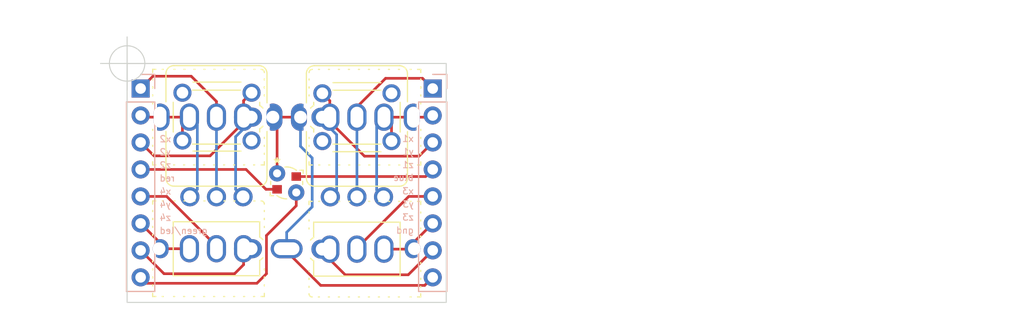
<source format=kicad_pcb>
(kicad_pcb (version 20211014) (generator pcbnew)
  (layers (0 "F.Cu" signal) (31 "B.Cu" signal) (34 "B.Paste" user) (35 "F.Paste" user) (36 "B.SilkS" user "B.Silkscreen") (37 "F.SilkS" user "F.Silkscreen") (38 "B.Mask" user) (39 "F.Mask" user) (44 "Edge.Cuts" user))
  (net 0 "")
  (footprint "Eurorack:Thonkiswitchpot Mirrored" (layer "F.Cu") (at 8.4 5.055)
    (fp_text reference "THONKISWITCHPOT**" hide)
    (fp_text value "Thonkiswitchpot Mirrored")
    (fp_line (start 4.5 1.9) (end 4.5 2) (layer "F.SilkS") (width 0.12))
    (fp_line (start -6 -3.6) (end -6 -3.5) (layer "F.SilkS") (width 0.12))
    (fp_line (start -6 -2.85) (end -6 -2.75) (layer "F.SilkS") (width 0.12))
    (fp_line (start 4 -4.85) (end -4 -4.85) (layer "F.SilkS") (width 0.12))
    (fp_line (start -6 -4.5) (end -6 -4.2) (layer "F.SilkS") (width 0.12))
    (fp_line (start -6 -4.5) (end -5.7 -4.5) (layer "F.SilkS") (width 0.12))
    (fp_line (start -6 -1.35) (end -6 -1.25) (layer "F.SilkS") (width 0.12))
    (fp_line (start -3.9 -4.5) (end -4 -4.5) (layer "F.SilkS") (width 0.12))
    (fp_line (start 2.25 2.54) (end -2.25 2.54) (layer "F.SilkS") (width 0.12))
    (fp_line (start 4.5 -2.1) (end 4.5 -2) (layer "F.SilkS") (width 0.12))
    (fp_line (start 1.74 -4.5) (end 1.64 -4.5) (layer "F.SilkS") (width 0.12))
    (fp_line (start 4.5 2.65) (end 4.5 2.75) (layer "F.SilkS") (width 0.12))
    (fp_line (start 4.5 -3.6) (end 4.5 -3.5) (layer "F.SilkS") (width 0.12))
    (fp_line (start 4 6.5) (end -4 6.5) (layer "F.SilkS") (width 0.12))
    (fp_line (start -0.17 4.5) (end -0.27 4.5) (layer "F.SilkS") (width 0.12))
    (fp_line (start -4.75 5.75) (end -4.75 1.35) (layer "F.SilkS") (width 0.12))
    (fp_line (start -2.2 -3.3) (end 2.3 -3.3) (layer "F.SilkS") (width 0.12))
    (fp_line (start 0.8 -4.5) (end 0.7 -4.5) (layer "F.SilkS") (width 0.12))
    (fp_line (start 3.62 -4.5) (end 3.52 -4.5) (layer "F.SilkS") (width 0.12))
    (fp_line (start -2.05 4.5) (end -2.15 4.5) (layer "F.SilkS") (width 0.12))
    (fp_line (start -5.1 4.5) (end -5 4.5) (layer "F.SilkS") (width 0.12))
    (fp_line (start 4.065 -1.4) (end 4.065 -1.1) (layer "F.SilkS") (width 0.12))
    (fp_line (start 3.59 4.5) (end 3.49 4.5) (layer "F.SilkS") (width 0.12))
    (fp_line (start 2.65 4.5) (end 2.55 4.5) (layer "F.SilkS") (width 0.12))
    (fp_line (start 0.77 4.5) (end 0.67 4.5) (layer "F.SilkS") (width 0.12))
    (fp_line (start -2.02 -4.5) (end -2.12 -4.5) (layer "F.SilkS") (width 0.12))
    (fp_line (start 4.5 3.4) (end 4.5 3.5) (layer "F.SilkS") (width 0.12))
    (fp_line (start -6 -2.1) (end -6 -2) (layer "F.SilkS") (width 0.12))
    (fp_line (start 4.5 4.5) (end 4.5 4.2) (layer "F.SilkS") (width 0.12))
    (fp_line (start -4.75 -4.1) (end -4.75 -3.5) (layer "F.SilkS") (width 0.12))
    (fp_line (start -4.065 -1.4) (end -4.065 1.4) (layer "F.SilkS") (width 0.12))
    (fp_line (start -3.93 4.5) (end -4.03 4.5) (layer "F.SilkS") (width 0.12))
    (fp_line (start -6 3.4) (end -6 3.5) (layer "F.SilkS") (width 0.12))
    (fp_line (start -4.75 -3.5) (end -4.75 -1.45) (layer "F.SilkS") (width 0.12))
    (fp_line (start 4.75 5.75) (end 4.75 1.35) (layer "F.SilkS") (width 0.12))
    (fp_line (start 1.71 4.5) (end 1.61 4.5) (layer "F.SilkS") (width 0.12))
    (fp_line (start -6 -2.85) (end -6 -2.75) (layer "F.SilkS") (width 0.12))
    (fp_line (start -0.14 -4.5) (end -0.24 -4.5) (layer "F.SilkS") (width 0.12))
    (fp_line (start 4.065 1.4) (end 4.065 1.1) (layer "F.SilkS") (width 0.12))
    (fp_line (start 2.68 -4.5) (end 2.58 -4.5) (layer "F.SilkS") (width 0.12))
    (fp_line (start 4.5 -2.85) (end 4.5 -2.75) (layer "F.SilkS") (width 0.12))
    (fp_line (start -6 1.15) (end -6 1.25) (layer "F.SilkS") (width 0.12))
    (fp_line (start -6 4.5) (end -5.7 4.5) (layer "F.SilkS") (width 0.12))
    (fp_line (start 4.75 -4.1) (end 4.75 -1.35) (layer "F.SilkS") (width 0.12))
    (fp_line (start -2.96 -4.5) (end -3.06 -4.5) (layer "F.SilkS") (width 0.12))
    (fp_line (start -1.11 4.5) (end -1.21 4.5) (layer "F.SilkS") (width 0.12))
    (fp_line (start -6 2.65) (end -6 2.75) (layer "F.SilkS") (width 0.12))
    (fp_line (start -6 1.9) (end -6 2) (layer "F.SilkS") (width 0.12))
    (fp_line (start 2.25 -2.54) (end -2.25 -2.54) (layer "F.SilkS") (width 0.12))
    (fp_line (start -2.99 4.5) (end -3.09 4.5) (layer "F.SilkS") (width 0.12))
    (fp_line (start 4.5 4.5) (end 4.2 4.5) (layer "F.SilkS") (width 0.12))
    (fp_line (start -5.1 -4.5) (end -5 -4.5) (layer "F.SilkS") (width 0.12))
    (fp_line (start 4.5 -2.85) (end 4.5 -2.75) (layer "F.SilkS") (width 0.12))
    (fp_line (start -6 4.5) (end -6 4.2) (layer "F.SilkS") (width 0.12))
    (fp_line (start -4.75 4.75) (end -4.75 5) (layer "F.SilkS") (width 0.12))
    (fp_line (start -1.08 -4.5) (end -1.18 -4.5) (layer "F.SilkS") (width 0.12))
    (fp_line (start 2.3 3.2) (end -2.2 3.2) (layer "F.SilkS") (width 0.12))
    (fp_arc (start 4 -4.85) (mid 4.53033 -4.63033) (end 4.75 -4.1) (layer "F.SilkS") (width 0.12))
    (fp_arc (start 4.75 5.75) (mid 4.53033 6.28033) (end 4 6.5) (layer "F.SilkS") (width 0.12))
    (fp_arc (start -4.75 -4.1) (mid -4.53033 -4.63033) (end -4 -4.85) (layer "F.SilkS") (width 0.12))
    (fp_arc (start -4 6.5) (mid -4.53033 6.28033) (end -4.75 5.75) (layer "F.SilkS") (width 0.12))
    (fp_arc (start 4.2 -4.5) (mid 4.412132 -4.412132) (end 4.5 -4.2) (layer "F.SilkS") (width 0.12))
    (fp_arc (start 4.065 -1.1) (mid 4.220501 -0.989446) (end 4.357925 -0.857091) (layer "F.SilkS") (width 0.12))
    (fp_arc (start 4.357922 0.857088) (mid 4.220498 0.989443) (end 4.064997 1.099997) (layer "F.SilkS") (width 0.12))
    (pad "1" thru_hole circle locked (at -2.5 7.5 270) (size 1.8 1.8) (drill 1.2) (layers *.Cu *.Mask))
    (pad "2" thru_hole circle locked (at 0 7.5 270) (size 1.8 1.8) (drill 1.2) (layers *.Cu *.Mask))
    (pad "3" thru_hole circle locked (at 2.5 7.5 270) (size 1.8 1.8) (drill 1.2) (layers *.Cu *.Mask))
    (pad "4" thru_hole oval locked (at -2.54 0) (size 1.8 2.57) (drill oval 1.2 1.97) (layers *.Cu *.Mask))
    (pad "5" thru_hole oval locked (at 0 0) (size 1.8 2.57) (drill oval 1.2 1.97) (layers *.Cu *.Mask))
    (pad "6" thru_hole custom locked (at 2.96 0 270) (size 1.8 1.8) (drill oval 1.2 2.04) (layers *.Cu *.Mask) (options (clearance outline) (anchor circle)) (primitives (gr_poly (pts (xy -0.880333 0.607121) (xy -0.822191 0.786063) (xy -0.728115 0.949007) (xy -0.602218 1.08883) (xy -0.45 1.199423) (xy -0.278115 1.275951) (xy -0.094076 1.31507) (xy 0.094076 1.31507) (xy 0.278115 1.275951) (xy 0.45 1.199423) (xy 0.602218 1.08883) (xy 0.728115 0.949007) (xy 0.822191 0.786063) (xy 0.880333 0.607121) (xy 0.9 0.42) (xy 0.9 -0.42) (xy 0.880333 -0.607121) (xy 0.822191 -0.786063) (xy 0.728115 -0.949007) (xy 0.602218 -1.08883) (xy 0.45 -1.199423) (xy 0.278115 -1.275951) (xy 0.094076 -1.31507) (xy -0.094076 -1.31507) (xy -0.278115 -1.275951) (xy -0.45 -1.199423) (xy -0.602218 -1.08883) (xy -0.728115 -0.949007) (xy -0.822191 -0.786063) (xy -0.880333 -0.607121) (xy -0.9 -0.42) (xy -0.9 0.42)) (width 0) (fill yes))))
    (pad "6" thru_hole oval locked (at 2.55 0) (size 1.8 2.57) (drill oval 1.2 1.97) (layers *.Cu *.Mask))
    (pad "7" thru_hole custom locked (at 5.305 0) (size 1.2 1.2) (drill oval 1.2 1.97) (layers *.Cu *.Mask) (options (clearance outline) (anchor circle)) (primitives (gr_poly (pts (xy -0.579555 0.540291) (xy -0.519615 0.685) (xy -0.424264 0.809264) (xy -0.3 0.904615) (xy -0.155291 0.964555) (xy 0 0.985) (xy 0.155291 0.964555) (xy 0.3 0.904615) (xy 0.424264 0.809264) (xy 0.519615 0.685) (xy 0.579555 0.540291) (xy 0.6 0.385) (xy 0.6 -0.385) (xy 0.579555 -0.540291) (xy 0.519615 -0.685) (xy 0.424264 -0.809264) (xy 0.3 -0.904615) (xy 0.155291 -0.964555) (xy 0 -0.985) (xy -0.155291 -0.964555) (xy -0.3 -0.904615) (xy -0.424264 -0.809264) (xy -0.519615 -0.685) (xy -0.579555 -0.540291) (xy -0.6 -0.385) (xy -0.6 0.385)) (width 0) (fill yes)) (gr_poly (pts (xy -0.285 0.55) (xy -0.285 0.77) (xy -0.285 0.89) (xy -0.285 1.03) (xy -0.285 1.14) (xy -0.285 1.24) (xy -0.094076 1.28007) (xy 0.094076 1.28007) (xy 0.278115 1.240951) (xy 0.45 1.164423) (xy 0.602218 1.05383) (xy 0.728115 0.914007) (xy 0.822191 0.751063) (xy 0.880333 0.572121) (xy 0.9 0.385) (xy 0.9 -0.385) (xy 0.880333 -0.572121) (xy 0.822191 -0.751063) (xy 0.728115 -0.914007) (xy 0.602218 -1.05383) (xy 0.45 -1.164423) (xy 0.278115 -1.240951) (xy 0.094076 -1.28007) (xy -0.094076 -1.28007) (xy -0.285 -1.24) (xy -0.285 -1.14) (xy -0.285 -1.05) (xy -0.285 -0.93) (xy -0.285 -0.75) (xy -0.285 -0.58) (xy -0.285 -0.38) (xy -0.285 0.35)) (width 0) (fill yes))))
    (pad "8" thru_hole custom locked (at -5.305 0) (size 1.2 1.97) (drill oval 1.2 1.97) (layers *.Cu *.Mask) (options (clearance outline) (anchor circle)) (primitives (gr_poly (pts (xy -0.579555 0.540291) (xy -0.519615 0.685) (xy -0.424264 0.809264) (xy -0.3 0.904615) (xy -0.155291 0.964555) (xy 0 0.985) (xy 0.155291 0.964555) (xy 0.3 0.904615) (xy 0.424264 0.809264) (xy 0.519615 0.685) (xy 0.579555 0.540291) (xy 0.6 0.385) (xy 0.6 -0.385) (xy 0.579555 -0.540291) (xy 0.519615 -0.685) (xy 0.424264 -0.809264) (xy 0.3 -0.904615) (xy 0.155291 -0.964555) (xy 0 -0.985) (xy -0.155291 -0.964555) (xy -0.3 -0.904615) (xy -0.424264 -0.809264) (xy -0.519615 -0.685) (xy -0.579555 -0.540291) (xy -0.6 -0.385) (xy -0.6 0.385)) (width 0) (fill yes)) (gr_poly (pts (xy -0.285 0.55) (xy -0.285 0.77) (xy -0.285 0.89) (xy -0.285 1.03) (xy -0.285 1.14) (xy -0.285 1.24) (xy -0.094076 1.28007) (xy 0.094076 1.28007) (xy 0.278115 1.240951) (xy 0.45 1.164423) (xy 0.602218 1.05383) (xy 0.728115 0.914007) (xy 0.822191 0.751063) (xy 0.880333 0.572121) (xy 0.9 0.385) (xy 0.9 -0.385) (xy 0.880333 -0.572121) (xy 0.822191 -0.751063) (xy 0.728115 -0.914007) (xy 0.602218 -1.05383) (xy 0.45 -1.164423) (xy 0.278115 -1.240951) (xy 0.094076 -1.28007) (xy -0.094076 -1.28007) (xy -0.285 -1.24) (xy -0.285 -1.14) (xy -0.285 -1.05) (xy -0.285 -0.93) (xy -0.285 -0.75) (xy -0.285 -0.58) (xy -0.285 -0.38) (xy -0.285 0.35)) (width 0) (fill yes))))
    (pad "9" thru_hole circle locked (at 3.3 -2.3 270) (size 1.7 1.7) (drill 1.1) (layers *.Cu *.Mask))
    (pad "10" thru_hole circle locked (at -3.2 -2.3 270) (size 1.7 1.7) (drill 1.1) (layers *.Cu *.Mask))
    (pad "11" thru_hole circle locked (at 3.3 2.2 270) (size 1.7 1.7) (drill 1.1) (layers *.Cu *.Mask))
    (pad "12" thru_hole circle locked (at -3.2 2.2 270) (size 1.7 1.7) (drill 1.1) (layers *.Cu *.Mask))
  )
  (footprint "Eurorack:Thonkiswitchpot" (layer "F.Cu") (at 21.605 5.06)
    (fp_text reference "THONKISWITCHPOT**" hide)
    (fp_text value "Thonkiswitchpot")
    (fp_line (start 5.1 4.5) (end 5 4.5) (layer "F.SilkS") (width 0.12))
    (fp_line (start 6 -2.85) (end 6 -2.75) (layer "F.SilkS") (width 0.12))
    (fp_line (start -4.065 -1.4) (end -4.065 -1.1) (layer "F.SilkS") (width 0.12))
    (fp_line (start 4.75 -3.5) (end 4.75 -1.45) (layer "F.SilkS") (width 0.12))
    (fp_line (start 1.08 -4.5) (end 1.18 -4.5) (layer "F.SilkS") (width 0.12))
    (fp_line (start 6 -4.5) (end 5.7 -4.5) (layer "F.SilkS") (width 0.12))
    (fp_line (start -4.5 -2.85) (end -4.5 -2.75) (layer "F.SilkS") (width 0.12))
    (fp_line (start 2.25 2.54) (end -2.25 2.54) (layer "F.SilkS") (width 0.12))
    (fp_line (start -4.5 1.9) (end -4.5 2) (layer "F.SilkS") (width 0.12))
    (fp_line (start 6 -3.6) (end 6 -3.5) (layer "F.SilkS") (width 0.12))
    (fp_line (start 4.75 4.75) (end 4.75 5) (layer "F.SilkS") (width 0.12))
    (fp_line (start 0.17 4.5) (end 0.27 4.5) (layer "F.SilkS") (width 0.12))
    (fp_line (start 2.05 4.5) (end 2.15 4.5) (layer "F.SilkS") (width 0.12))
    (fp_line (start 3.9 -4.5) (end 4 -4.5) (layer "F.SilkS") (width 0.12))
    (fp_line (start 6 1.15) (end 6 1.25) (layer "F.SilkS") (width 0.12))
    (fp_line (start 6 -4.5) (end 6 -4.2) (layer "F.SilkS") (width 0.12))
    (fp_line (start -4 6.5) (end 4 6.5) (layer "F.SilkS") (width 0.12))
    (fp_line (start 6 2.65) (end 6 2.75) (layer "F.SilkS") (width 0.12))
    (fp_line (start -0.8 -4.5) (end -0.7 -4.5) (layer "F.SilkS") (width 0.12))
    (fp_line (start 6 3.4) (end 6 3.5) (layer "F.SilkS") (width 0.12))
    (fp_line (start -4.75 5.75) (end -4.75 1.35) (layer "F.SilkS") (width 0.12))
    (fp_line (start -2.65 4.5) (end -2.55 4.5) (layer "F.SilkS") (width 0.12))
    (fp_line (start -0.77 4.5) (end -0.67 4.5) (layer "F.SilkS") (width 0.12))
    (fp_line (start -4.5 -2.85) (end -4.5 -2.75) (layer "F.SilkS") (width 0.12))
    (fp_line (start 3.93 4.5) (end 4.03 4.5) (layer "F.SilkS") (width 0.12))
    (fp_line (start -3.62 -4.5) (end -3.52 -4.5) (layer "F.SilkS") (width 0.12))
    (fp_line (start 5.1 -4.5) (end 5 -4.5) (layer "F.SilkS") (width 0.12))
    (fp_line (start -4.5 4.5) (end -4.2 4.5) (layer "F.SilkS") (width 0.12))
    (fp_line (start -4.75 -4.1) (end -4.75 -1.35) (layer "F.SilkS") (width 0.12))
    (fp_line (start 2.25 -2.54) (end -2.25 -2.54) (layer "F.SilkS") (width 0.12))
    (fp_line (start -2.25 3.25) (end 2.25 3.25) (layer "F.SilkS") (width 0.12))
    (fp_line (start 4.75 -4.1) (end 4.75 -3.5) (layer "F.SilkS") (width 0.12))
    (fp_line (start -3.59 4.5) (end -3.49 4.5) (layer "F.SilkS") (width 0.12))
    (fp_line (start -4.5 4.5) (end -4.5 4.2) (layer "F.SilkS") (width 0.12))
    (fp_line (start -4.065 1.4) (end -4.065 1.1) (layer "F.SilkS") (width 0.12))
    (fp_line (start 2.02 -4.5) (end 2.12 -4.5) (layer "F.SilkS") (width 0.12))
    (fp_line (start 2.96 -4.5) (end 3.06 -4.5) (layer "F.SilkS") (width 0.12))
    (fp_line (start 2.25 -3.25) (end -2.25 -3.25) (layer "F.SilkS") (width 0.12))
    (fp_line (start 1.11 4.5) (end 1.21 4.5) (layer "F.SilkS") (width 0.12))
    (fp_line (start 0.14 -4.5) (end 0.24 -4.5) (layer "F.SilkS") (width 0.12))
    (fp_line (start -4.5 2.65) (end -4.5 2.75) (layer "F.SilkS") (width 0.12))
    (fp_line (start 6 4.5) (end 6 4.2) (layer "F.SilkS") (width 0.12))
    (fp_line (start -1.74 -4.5) (end -1.64 -4.5) (layer "F.SilkS") (width 0.12))
    (fp_line (start -4.5 -2.1) (end -4.5 -2) (layer "F.SilkS") (width 0.12))
    (fp_line (start 4.75 5.75) (end 4.75 1.35) (layer "F.SilkS") (width 0.12))
    (fp_line (start 6 1.9) (end 6 2) (layer "F.SilkS") (width 0.12))
    (fp_line (start -1.71 4.5) (end -1.61 4.5) (layer "F.SilkS") (width 0.12))
    (fp_line (start -2.68 -4.5) (end -2.58 -4.5) (layer "F.SilkS") (width 0.12))
    (fp_line (start 2.99 4.5) (end 3.09 4.5) (layer "F.SilkS") (width 0.12))
    (fp_line (start 4.065 -1.4) (end 4.065 1.4) (layer "F.SilkS") (width 0.12))
    (fp_line (start 6 4.5) (end 5.7 4.5) (layer "F.SilkS") (width 0.12))
    (fp_line (start 6 -1.35) (end 6 -1.25) (layer "F.SilkS") (width 0.12))
    (fp_line (start -4.5 3.4) (end -4.5 3.5) (layer "F.SilkS") (width 0.12))
    (fp_line (start 6 -2.1) (end 6 -2) (layer "F.SilkS") (width 0.12))
    (fp_line (start 6 -2.85) (end 6 -2.75) (layer "F.SilkS") (width 0.12))
    (fp_line (start -4 -4.85) (end 4 -4.85) (layer "F.SilkS") (width 0.12))
    (fp_line (start -4.5 -3.6) (end -4.5 -3.5) (layer "F.SilkS") (width 0.12))
    (fp_arc (start 4 -4.85) (mid 4.53033 -4.63033) (end 4.75 -4.1) (layer "F.SilkS") (width 0.12))
    (fp_arc (start 4.75 5.75) (mid 4.53033 6.28033) (end 4 6.5) (layer "F.SilkS") (width 0.12))
    (fp_arc (start -4.064997 1.099997) (mid -4.220498 0.989443) (end -4.357922 0.857088) (layer "F.SilkS") (width 0.12))
    (fp_arc (start -4.357925 -0.857091) (mid -4.220501 -0.989446) (end -4.065 -1.1) (layer "F.SilkS") (width 0.12))
    (fp_arc (start -4 6.5) (mid -4.53033 6.28033) (end -4.75 5.75) (layer "F.SilkS") (width 0.12))
    (fp_arc (start -4.75 -4.1) (mid -4.53033 -4.63033) (end -4 -4.85) (layer "F.SilkS") (width 0.12))
    (fp_arc (start -4.5 -4.2) (mid -4.412132 -4.412132) (end -4.2 -4.5) (layer "F.SilkS") (width 0.12))
    (pad "1" thru_hole circle locked (at 2.5 7.5 90) (size 1.8 1.8) (drill 1.2) (layers *.Cu *.Mask))
    (pad "2" thru_hole circle locked (at 0 7.5 90) (size 1.8 1.8) (drill 1.2) (layers *.Cu *.Mask))
    (pad "3" thru_hole circle locked (at -2.5 7.5 90) (size 1.8 1.8) (drill 1.2) (layers *.Cu *.Mask))
    (pad "4" thru_hole oval locked (at 2.54 0) (size 1.8 2.57) (drill oval 1.2 1.97) (layers *.Cu *.Mask))
    (pad "5" thru_hole oval locked (at 0 0) (size 1.8 2.57) (drill oval 1.2 1.97) (layers *.Cu *.Mask))
    (pad "6" thru_hole custom locked (at -2.96 0 90) (size 1.8 1.8) (drill oval 1.2 2.04) (layers *.Cu *.Mask) (options (clearance outline) (anchor circle)) (primitives (gr_poly (pts (xy 0.880333 0.607121) (xy 0.822191 0.786063) (xy 0.728115 0.949007) (xy 0.602218 1.08883) (xy 0.45 1.199423) (xy 0.278115 1.275951) (xy 0.094076 1.31507) (xy -0.094076 1.31507) (xy -0.278115 1.275951) (xy -0.45 1.199423) (xy -0.602218 1.08883) (xy -0.728115 0.949007) (xy -0.822191 0.786063) (xy -0.880333 0.607121) (xy -0.9 0.42) (xy -0.9 -0.42) (xy -0.880333 -0.607121) (xy -0.822191 -0.786063) (xy -0.728115 -0.949007) (xy -0.602218 -1.08883) (xy -0.45 -1.199423) (xy -0.278115 -1.275951) (xy -0.094076 -1.31507) (xy 0.094076 -1.31507) (xy 0.278115 -1.275951) (xy 0.45 -1.199423) (xy 0.602218 -1.08883) (xy 0.728115 -0.949007) (xy 0.822191 -0.786063) (xy 0.880333 -0.607121) (xy 0.9 -0.42) (xy 0.9 0.42)) (width 0) (fill yes))))
    (pad "6" thru_hole oval locked (at -2.55 0) (size 1.8 2.57) (drill oval 1.2 1.97) (layers *.Cu *.Mask))
    (pad "7" thru_hole custom locked (at -5.305 0) (size 1.2 1.2) (drill oval 1.2 1.97) (layers *.Cu *.Mask) (options (clearance outline) (anchor circle)) (primitives (gr_poly (pts (xy 0.579555 0.540291) (xy 0.519615 0.685) (xy 0.424264 0.809264) (xy 0.3 0.904615) (xy 0.155291 0.964555) (xy 0 0.985) (xy -0.155291 0.964555) (xy -0.3 0.904615) (xy -0.424264 0.809264) (xy -0.519615 0.685) (xy -0.579555 0.540291) (xy -0.6 0.385) (xy -0.6 -0.385) (xy -0.579555 -0.540291) (xy -0.519615 -0.685) (xy -0.424264 -0.809264) (xy -0.3 -0.904615) (xy -0.155291 -0.964555) (xy 0 -0.985) (xy 0.155291 -0.964555) (xy 0.3 -0.904615) (xy 0.424264 -0.809264) (xy 0.519615 -0.685) (xy 0.579555 -0.540291) (xy 0.6 -0.385) (xy 0.6 0.385)) (width 0) (fill yes)) (gr_poly (pts (xy 0.285 0.55) (xy 0.285 0.77) (xy 0.285 0.89) (xy 0.285 1.03) (xy 0.285 1.14) (xy 0.285 1.24) (xy 0.094076 1.28007) (xy -0.094076 1.28007) (xy -0.278115 1.240951) (xy -0.45 1.164423) (xy -0.602218 1.05383) (xy -0.728115 0.914007) (xy -0.822191 0.751063) (xy -0.880333 0.572121) (xy -0.9 0.385) (xy -0.9 -0.385) (xy -0.880333 -0.572121) (xy -0.822191 -0.751063) (xy -0.728115 -0.914007) (xy -0.602218 -1.05383) (xy -0.45 -1.164423) (xy -0.278115 -1.240951) (xy -0.094076 -1.28007) (xy 0.094076 -1.28007) (xy 0.285 -1.24) (xy 0.285 -1.14) (xy 0.285 -1.05) (xy 0.285 -0.93) (xy 0.285 -0.75) (xy 0.285 -0.58) (xy 0.285 -0.38) (xy 0.285 0.35)) (width 0) (fill yes))))
    (pad "8" thru_hole custom locked (at 5.305 0) (size 1.2 1.97) (drill oval 1.2 1.97) (layers *.Cu *.Mask) (options (clearance outline) (anchor circle)) (primitives (gr_poly (pts (xy 0.579555 0.540291) (xy 0.519615 0.685) (xy 0.424264 0.809264) (xy 0.3 0.904615) (xy 0.155291 0.964555) (xy 0 0.985) (xy -0.155291 0.964555) (xy -0.3 0.904615) (xy -0.424264 0.809264) (xy -0.519615 0.685) (xy -0.579555 0.540291) (xy -0.6 0.385) (xy -0.6 -0.385) (xy -0.579555 -0.540291) (xy -0.519615 -0.685) (xy -0.424264 -0.809264) (xy -0.3 -0.904615) (xy -0.155291 -0.964555) (xy 0 -0.985) (xy 0.155291 -0.964555) (xy 0.3 -0.904615) (xy 0.424264 -0.809264) (xy 0.519615 -0.685) (xy 0.579555 -0.540291) (xy 0.6 -0.385) (xy 0.6 0.385)) (width 0) (fill yes)) (gr_poly (pts (xy 0.285 0.55) (xy 0.285 0.77) (xy 0.285 0.89) (xy 0.285 1.03) (xy 0.285 1.14) (xy 0.285 1.24) (xy 0.094076 1.28007) (xy -0.094076 1.28007) (xy -0.278115 1.240951) (xy -0.45 1.164423) (xy -0.602218 1.05383) (xy -0.728115 0.914007) (xy -0.822191 0.751063) (xy -0.880333 0.572121) (xy -0.9 0.385) (xy -0.9 -0.385) (xy -0.880333 -0.572121) (xy -0.822191 -0.751063) (xy -0.728115 -0.914007) (xy -0.602218 -1.05383) (xy -0.45 -1.164423) (xy -0.278115 -1.240951) (xy -0.094076 -1.28007) (xy 0.094076 -1.28007) (xy 0.285 -1.24) (xy 0.285 -1.14) (xy 0.285 -1.05) (xy 0.285 -0.93) (xy 0.285 -0.75) (xy 0.285 -0.58) (xy 0.285 -0.38) (xy 0.285 0.35)) (width 0) (fill yes))))
    (pad "9" thru_hole circle locked (at -3.25 -2.25 90) (size 1.7 1.7) (drill 1.1) (layers *.Cu *.Mask))
    (pad "10" thru_hole circle locked (at 3.25 -2.25 90) (size 1.7 1.7) (drill 1.1) (layers *.Cu *.Mask))
    (pad "11" thru_hole circle locked (at -3.25 2.25 90) (size 1.7 1.7) (drill 1.1) (layers *.Cu *.Mask))
    (pad "12" thru_hole circle locked (at 3.25 2.25 90) (size 1.7 1.7) (drill 1.1) (layers *.Cu *.Mask))
  )
  (footprint "Eurorack:Thonkiconn Dual" (layer "F.Cu") (at 15 17.445)
    (fp_text reference "THONK" hide)
    (fp_text value "Thonkiconn Dual")
    (fp_line (start 5.83 -4.46) (end 5.93 -4.46) (layer "F.SilkS") (width 0.12))
    (fp_line (start 12.6 1.39) (end 12.6 1.29) (layer "F.SilkS") (width 0.12))
    (fp_line (start -9.59 4.5) (end -9.69 4.5) (layer "F.SilkS") (width 0.12))
    (fp_line (start 2.535 -2.5) (end 10.665 -2.5) (layer "F.SilkS") (width 0.12))
    (fp_line (start -10.665 -2.54) (end -10.665 2.54) (layer "F.SilkS") (width 0.12))
    (fp_line (start 12.6 3.64) (end 12.6 3.54) (layer "F.SilkS") (width 0.12))
    (fp_line (start 2.1 2.89) (end 2.1 2.79) (layer "F.SilkS") (width 0.12))
    (fp_line (start 3.95 -4.46) (end 4.05 -4.46) (layer "F.SilkS") (width 0.12))
    (fp_line (start 2.1 -1.86) (end 2.1 -1.96) (layer "F.SilkS") (width 0.12))
    (fp_line (start 2.98 4.54) (end 3.08 4.54) (layer "F.SilkS") (width 0.12))
    (fp_line (start -12.6 -4.5) (end -12.3 -4.5) (layer "F.SilkS") (width 0.12))
    (fp_line (start -12.6 2.65) (end -12.6 2.75) (layer "F.SilkS") (width 0.12))
    (fp_line (start 6.74 4.54) (end 6.84 4.54) (layer "F.SilkS") (width 0.12))
    (fp_line (start 2.1 2.89) (end 2.1 2.79) (layer "F.SilkS") (width 0.12))
    (fp_line (start 10.665 2.58) (end 2.535 2.58) (layer "F.SilkS") (width 0.12))
    (fp_line (start 2.535 2.58) (end 2.535 1.14) (layer "F.SilkS") (width 0.12))
    (fp_line (start 2.1 -3.36) (end 2.1 -3.46) (layer "F.SilkS") (width 0.12))
    (fp_line (start 6.77 -4.46) (end 6.87 -4.46) (layer "F.SilkS") (width 0.12))
    (fp_line (start -4.86 -4.5) (end -4.96 -4.5) (layer "F.SilkS") (width 0.12))
    (fp_line (start -2.535 2.54) (end -2.535 1.1) (layer "F.SilkS") (width 0.12))
    (fp_line (start 12.6 4.54) (end 12.3 4.54) (layer "F.SilkS") (width 0.12))
    (fp_line (start 12.6 -1.11) (end 12.6 -1.21) (layer "F.SilkS") (width 0.12))
    (fp_line (start -3.95 4.5) (end -4.05 4.5) (layer "F.SilkS") (width 0.12))
    (fp_line (start 3.01 -4.46) (end 3.11 -4.46) (layer "F.SilkS") (width 0.12))
    (fp_line (start -2.1 -3.6) (end -2.1 -3.5) (layer "F.SilkS") (width 0.12))
    (fp_line (start -3.92 -4.5) (end -4.02 -4.5) (layer "F.SilkS") (width 0.12))
    (fp_line (start -2.535 2.54) (end -10.665 2.54) (layer "F.SilkS") (width 0.12))
    (fp_line (start -2.535 -2.54) (end -2.535 -1.1) (layer "F.SilkS") (width 0.12))
    (fp_line (start -12.6 4.5) (end -12.6 4.2) (layer "F.SilkS") (width 0.12))
    (fp_line (start 12.6 -1.86) (end 12.6 -1.96) (layer "F.SilkS") (width 0.12))
    (fp_line (start -2.1 -2.85) (end -2.1 -2.75) (layer "F.SilkS") (width 0.12))
    (fp_line (start 12.6 2.14) (end 12.6 2.04) (layer "F.SilkS") (width 0.12))
    (fp_line (start 8.62 4.54) (end 8.72 4.54) (layer "F.SilkS") (width 0.12))
    (fp_line (start 2.1 2.14) (end 2.1 2.04) (layer "F.SilkS") (width 0.12))
    (fp_line (start -3.01 4.5) (end -3.11 4.5) (layer "F.SilkS") (width 0.12))
    (fp_line (start -2.1 4.5) (end -2.4 4.5) (layer "F.SilkS") (width 0.12))
    (fp_line (start -10.5 -4.5) (end -10.6 -4.5) (layer "F.SilkS") (width 0.12))
    (fp_line (start -12.6 -4.5) (end -12.6 -4.2) (layer "F.SilkS") (width 0.12))
    (fp_line (start 11.7 -4.46) (end 11.6 -4.46) (layer "F.SilkS") (width 0.12))
    (fp_line (start -9.56 -4.5) (end -9.66 -4.5) (layer "F.SilkS") (width 0.12))
    (fp_line (start -2.1 2.65) (end -2.1 2.75) (layer "F.SilkS") (width 0.12))
    (fp_line (start -5.8 -4.5) (end -5.9 -4.5) (layer "F.SilkS") (width 0.12))
    (fp_line (start -12.6 -2.85) (end -12.6 -2.75) (layer "F.SilkS") (width 0.12))
    (fp_line (start -2.98 -4.5) (end -3.08 -4.5) (layer "F.SilkS") (width 0.12))
    (fp_line (start 9.56 4.54) (end 9.66 4.54) (layer "F.SilkS") (width 0.12))
    (fp_line (start -2.1 3.4) (end -2.1 3.5) (layer "F.SilkS") (width 0.12))
    (fp_line (start 7.68 4.54) (end 7.78 4.54) (layer "F.SilkS") (width 0.12))
    (fp_line (start -12.6 -3.6) (end -12.6 -3.5) (layer "F.SilkS") (width 0.12))
    (fp_line (start 2.1 -2.61) (end 2.1 -2.71) (layer "F.SilkS") (width 0.12))
    (fp_line (start 3.92 4.54) (end 4.02 4.54) (layer "F.SilkS") (width 0.12))
    (fp_line (start -11.7 4.5) (end -11.6 4.5) (layer "F.SilkS") (width 0.12))
    (fp_line (start -12.6 -1.35) (end -12.6 -1.25) (layer "F.SilkS") (width 0.12))
    (fp_line (start 9.59 -4.46) (end 9.69 -4.46) (layer "F.SilkS") (width 0.12))
    (fp_line (start -11.7 -4.5) (end -11.6 -4.5) (layer "F.SilkS") (width 0.12))
    (fp_line (start -7.71 4.5) (end -7.81 4.5) (layer "F.SilkS") (width 0.12))
    (fp_line (start 11.7 4.54) (end 11.6 4.54) (layer "F.SilkS") (width 0.12))
    (fp_line (start 7.71 -4.46) (end 7.81 -4.46) (layer "F.SilkS") (width 0.12))
    (fp_line (start 10.5 4.54) (end 10.6 4.54) (layer "F.SilkS") (width 0.12))
    (fp_line (start -12.6 3.4) (end -12.6 3.5) (layer "F.SilkS") (width 0.12))
    (fp_line (start -2.1 -2.85) (end -2.1 -2.75) (layer "F.SilkS") (width 0.12))
    (fp_line (start 12.6 2.89) (end 12.6 2.79) (layer "F.SilkS") (width 0.12))
    (fp_line (start -12.6 -2.1) (end -12.6 -2) (layer "F.SilkS") (width 0.12))
    (fp_line (start -2.1 4.5) (end -2.1 4.2) (layer "F.SilkS") (width 0.12))
    (fp_line (start 2.535 -2.5) (end 2.535 -1.06) (layer "F.SilkS") (width 0.12))
    (fp_line (start -10.53 4.5) (end -10.63 4.5) (layer "F.SilkS") (width 0.12))
    (fp_line (start 4.86 4.54) (end 4.96 4.54) (layer "F.SilkS") (width 0.12))
    (fp_line (start 8.65 -4.46) (end 8.75 -4.46) (layer "F.SilkS") (width 0.12))
    (fp_line (start 10.665 2.58) (end 10.665 -2.5) (layer "F.SilkS") (width 0.12))
    (fp_line (start -6.77 4.5) (end -6.87 4.5) (layer "F.SilkS") (width 0.12))
    (fp_line (start -8.65 4.5) (end -8.75 4.5) (layer "F.SilkS") (width 0.12))
    (fp_line (start -2.1 -2.1) (end -2.1 -2) (layer "F.SilkS") (width 0.12))
    (fp_line (start 12.6 2.89) (end 12.6 2.79) (layer "F.SilkS") (width 0.12))
    (fp_line (start 4.89 -4.46) (end 4.99 -4.46) (layer "F.SilkS") (width 0.12))
    (fp_line (start 12.6 -4.46) (end 12.3 -4.46) (layer "F.SilkS") (width 0.12))
    (fp_line (start 12.6 -4.46) (end 12.6 -4.16) (layer "F.SilkS") (width 0.12))
    (fp_line (start -7.68 -4.5) (end -7.78 -4.5) (layer "F.SilkS") (width 0.12))
    (fp_line (start 2.1 3.64) (end 2.1 3.54) (layer "F.SilkS") (width 0.12))
    (fp_line (start 12.6 -3.36) (end 12.6 -3.46) (layer "F.SilkS") (width 0.12))
    (fp_line (start -8.62 -4.5) (end -8.72 -4.5) (layer "F.SilkS") (width 0.12))
    (fp_line (start -6.74 -4.5) (end -6.84 -4.5) (layer "F.SilkS") (width 0.12))
    (fp_line (start -4.89 4.5) (end -4.99 4.5) (layer "F.SilkS") (width 0.12))
    (fp_line (start -12.6 -2.85) (end -12.6 -2.75) (layer "F.SilkS") (width 0.12))
    (fp_line (start 2.1 -4.46) (end 2.4 -4.46) (layer "F.SilkS") (width 0.12))
    (fp_line (start 12.6 -2.61) (end 12.6 -2.71) (layer "F.SilkS") (width 0.12))
    (fp_line (start -12.6 1.15) (end -12.6 1.25) (layer "F.SilkS") (width 0.12))
    (fp_line (start 2.1 -4.46) (end 2.1 -4.16) (layer "F.SilkS") (width 0.12))
    (fp_line (start -12.6 4.5) (end -12.3 4.5) (layer "F.SilkS") (width 0.12))
    (fp_line (start 5.8 4.54) (end 5.9 4.54) (layer "F.SilkS") (width 0.12))
    (fp_line (start 12.6 4.54) (end 12.6 4.24) (layer "F.SilkS") (width 0.12))
    (fp_line (start -2.1 1.9) (end -2.1 2) (layer "F.SilkS") (width 0.12))
    (fp_line (start -5.83 4.5) (end -5.93 4.5) (layer "F.SilkS") (width 0.12))
    (fp_line (start -12.6 1.9) (end -12.6 2) (layer "F.SilkS") (width 0.12))
    (fp_line (start -10.665 -2.54) (end -2.535 -2.54) (layer "F.SilkS") (width 0.12))
    (fp_line (start 10.53 -4.46) (end 10.63 -4.46) (layer "F.SilkS") (width 0.12))
    (fp_arc (start -2.4 -4.5) (mid -2.187868 -4.412132) (end -2.1 -4.2) (layer "F.SilkS") (width 0.12))
    (fp_arc (start -2.242078 0.857088) (mid -2.379502 0.989443) (end -2.535003 1.099997) (layer "F.SilkS") (width 0.12))
    (fp_arc (start -2.535 -1.1) (mid -2.379499 -0.989446) (end -2.242075 -0.857091) (layer "F.SilkS") (width 0.12))
    (fp_arc (start 2.4 4.54) (mid 2.187868 4.452132) (end 2.1 4.24) (layer "F.SilkS") (width 0.12))
    (fp_arc (start 2.242078 -0.817088) (mid 2.379502 -0.949443) (end 2.535003 -1.059997) (layer "F.SilkS") (width 0.12))
    (fp_arc (start 2.535 1.14) (mid 2.379499 1.029446) (end 2.242075 0.897091) (layer "F.SilkS") (width 0.12))
    (pad "1" thru_hole oval locked (at 0 0 180) (size 3 1.8) (drill oval 2.4 1.2) (layers *.Cu *.Mask))
    (pad "3" thru_hole custom locked (at 12 0) (size 1.2 1.2) (drill 1.2) (layers *.Cu *.Mask) (options (clearance outline) (anchor circle)) (primitives (gr_poly (pts (xy 0.28 0.22) (xy 0.28 0.4) (xy 0.28 0.54) (xy 0.28 0.7) (xy 0.28 0.78) (xy 0.078042 0.868969) (xy -0.096054 0.898884) (xy -0.272363 0.887946) (xy -0.441426 0.836742) (xy -0.594175 0.748018) (xy -0.722417 0.626534) (xy -0.819271 0.478806) (xy -0.879544 0.312759) (xy -0.9 0.1373) (xy -0.9 -0.1373) (xy -0.894152 -0.231571) (xy -0.852165 -0.403156) (xy -0.771831 -0.56048) (xy -0.65746 -0.695103) (xy -0.515186 -0.799805) (xy -0.352642 -0.868969) (xy -0.178546 -0.898884) (xy -0.002237 -0.887946) (xy 0.166826 -0.836742) (xy 0.28 -0.75) (xy 0.28 -0.63) (xy 0.28 -0.45) (xy 0.28 -0.29) (xy 0.28 -0.13) (xy 0.28 0.09)) (width 0) (fill yes))))
    (pad "3" thru_hole custom locked (at -12 0 180) (size 1.2 1.2) (drill 1.2) (layers *.Cu *.Mask) (options (clearance outline) (anchor circle)) (primitives (gr_poly (pts (xy 0.28 0.22) (xy 0.28 0.4) (xy 0.28 0.54) (xy 0.28 0.7) (xy 0.28 0.78) (xy 0.078042 0.868969) (xy -0.096054 0.898884) (xy -0.272363 0.887946) (xy -0.441426 0.836742) (xy -0.594175 0.748018) (xy -0.722417 0.626534) (xy -0.819271 0.478806) (xy -0.879544 0.312759) (xy -0.9 0.1373) (xy -0.9 -0.1373) (xy -0.894152 -0.231571) (xy -0.852165 -0.403156) (xy -0.771831 -0.56048) (xy -0.65746 -0.695103) (xy -0.515186 -0.799805) (xy -0.352642 -0.868969) (xy -0.178546 -0.898884) (xy -0.002237 -0.887946) (xy 0.166826 -0.836742) (xy 0.28 -0.75) (xy 0.28 -0.63) (xy 0.28 -0.45) (xy 0.28 -0.29) (xy 0.28 -0.13) (xy 0.28 0.09)) (width 0) (fill yes))))
    (pad "4" thru_hole oval locked (at 9.14 0.04 180) (size 1.8 2.57) (drill oval 1.2 1.97) (layers *.Cu *.Mask))
    (pad "4" thru_hole oval locked (at -9.14 0) (size 1.8 2.57) (drill oval 1.2 1.97) (layers *.Cu *.Mask))
    (pad "5" thru_hole oval locked (at -6.6 0) (size 1.8 2.57) (drill oval 1.2 1.97) (layers *.Cu *.Mask))
    (pad "5" thru_hole oval locked (at 6.6 0.04 180) (size 1.8 2.57) (drill oval 1.2 1.97) (layers *.Cu *.Mask))
    (pad "6" thru_hole custom locked (at 3.64 0.04 90) (size 1.8 1.8) (drill oval 1.2 2.04) (layers *.Cu *.Mask) (options (clearance outline) (anchor circle)) (primitives (gr_poly (pts (xy 0.880333 0.607121) (xy 0.822191 0.786063) (xy 0.728115 0.949007) (xy 0.602218 1.08883) (xy 0.45 1.199423) (xy 0.278115 1.275951) (xy 0.094076 1.31507) (xy -0.094076 1.31507) (xy -0.278115 1.275951) (xy -0.45 1.199423) (xy -0.602218 1.08883) (xy -0.728115 0.949007) (xy -0.822191 0.786063) (xy -0.880333 0.607121) (xy -0.9 0.42) (xy -0.9 -0.42) (xy -0.880333 -0.607121) (xy -0.822191 -0.786063) (xy -0.728115 -0.949007) (xy -0.602218 -1.08883) (xy -0.45 -1.199423) (xy -0.278115 -1.275951) (xy -0.094076 -1.31507) (xy 0.094076 -1.31507) (xy 0.278115 -1.275951) (xy 0.45 -1.199423) (xy 0.602218 -1.08883) (xy 0.728115 -0.949007) (xy 0.822191 -0.786063) (xy 0.880333 -0.607121) (xy 0.9 -0.42) (xy 0.9 0.42)) (width 0) (fill yes))))
    (pad "6" thru_hole oval locked (at 4.05 0.04) (size 1.8 2.57) (drill oval 1.2 1.97) (layers *.Cu *.Mask))
    (pad "6" thru_hole oval locked (at -4.05 0 180) (size 1.8 2.57) (drill oval 1.2 1.97) (layers *.Cu *.Mask))
    (pad "6" thru_hole custom locked (at -3.64 0 270) (size 1.8 1.8) (drill oval 1.2 2.04) (layers *.Cu *.Mask) (options (clearance outline) (anchor circle)) (primitives (gr_poly (pts (xy 0.880333 0.607121) (xy 0.822191 0.786063) (xy 0.728115 0.949007) (xy 0.602218 1.08883) (xy 0.45 1.199423) (xy 0.278115 1.275951) (xy 0.094076 1.31507) (xy -0.094076 1.31507) (xy -0.278115 1.275951) (xy -0.45 1.199423) (xy -0.602218 1.08883) (xy -0.728115 0.949007) (xy -0.822191 0.786063) (xy -0.880333 0.607121) (xy -0.9 0.42) (xy -0.9 -0.42) (xy -0.880333 -0.607121) (xy -0.822191 -0.786063) (xy -0.728115 -0.949007) (xy -0.602218 -1.08883) (xy -0.45 -1.199423) (xy -0.278115 -1.275951) (xy -0.094076 -1.31507) (xy 0.094076 -1.31507) (xy 0.278115 -1.275951) (xy 0.45 -1.199423) (xy 0.602218 -1.08883) (xy 0.728115 -0.949007) (xy 0.822191 -0.786063) (xy 0.880333 -0.607121) (xy 0.9 -0.42) (xy 0.9 0.42)) (width 0) (fill yes))))
  )
  (footprint "Eurorack:LED 3mm-SMD" (layer "F.Cu") (at 15 11.25)
    (fp_text reference "REF**" hide)
    (fp_text value "LED 3mm-SMD")
    (fp_text user "*" (at -0.9 -1.8 unlocked) (layer "F.SilkS"))
    (fp_line (start 1.55 -1.2) (end 1.55 -0.9) (layer "F.SilkS") (width 0.12))
    (fp_line (start -1.55 1.2) (end -1.25 1.2) (layer "F.SilkS") (width 0.12))
    (fp_line (start 1.55 -1.2) (end 1.25 -1.2) (layer "F.SilkS") (width 0.12))
    (fp_line (start -1.55 1.2) (end -1.55 0.9) (layer "F.SilkS") (width 0.12))
    (fp_arc (start 0 1.5) (mid -0.483724 1.419863) (end -0.915762 1.188015) (layer "F.SilkS") (width 0.12))
    (fp_arc (start -1.5 0.15) (mid -1.507481 -0.001265) (end -1.499746 -0.152517) (layer "F.SilkS") (width 0.12))
    (fp_arc (start 1.5 -0.15) (mid 1.507481 0) (end 1.5 0.15) (layer "F.SilkS") (width 0.12))
    (fp_arc (start -0.15 -1.5) (mid 0.412229 -1.444262) (end 0.915762 -1.188015) (layer "F.SilkS") (width 0.12))
    (pad "1" thru_hole circle (at -0.9 -0.9) (size 1.524 1.524) (drill 0.762) (layers *.Cu *.Mask))
    (pad "2" smd rect (at -0.9 0.6) (size 0.9 0.8) (layers "F.Cu" "F.Paste" "F.Mask"))
    (pad "3" thru_hole circle (at 0.9 0.9) (size 1.524 1.524) (drill 0.762) (layers *.Cu *.Mask))
    (pad "4" smd rect (at 0.9 -0.6) (size 0.9 0.8) (layers "F.Cu" "F.Paste" "F.Mask"))
  )
  (footprint "Connector_PinHeader_2.54mm:PinHeader_1x08_P2.54mm_Vertical" (layer "B.Cu") (at 1.27 2.36 180)
    (fp_text reference "REF**" hide)
    (fp_text value "PinHeader_1x08_P2.54mm_Vertical")
    (fp_line (start -1.33 0) (end -1.33 1.33) (layer "B.SilkS") (width 0.12))
    (fp_line (start 1.33 -1.27) (end 1.33 -19.11) (layer "B.SilkS") (width 0.12))
    (fp_line (start -1.33 -19.11) (end 1.33 -19.11) (layer "B.SilkS") (width 0.12))
    (fp_line (start -1.33 -1.27) (end -1.33 -19.11) (layer "B.SilkS") (width 0.12))
    (fp_line (start -1.33 1.33) (end 0 1.33) (layer "B.SilkS") (width 0.12))
    (fp_line (start -1.33 -1.27) (end 1.33 -1.27) (layer "B.SilkS") (width 0.12))
    (pad "1" thru_hole rect (at 0 0 180) (size 1.7 1.7) (drill 1) (layers *.Cu *.Mask))
    (pad "2" thru_hole oval (at 0 -2.54 180) (size 1.7 1.7) (drill 1) (layers *.Cu *.Mask))
    (pad "3" thru_hole oval (at 0 -5.08 180) (size 1.7 1.7) (drill 1) (layers *.Cu *.Mask))
    (pad "4" thru_hole oval (at 0 -7.62 180) (size 1.7 1.7) (drill 1) (layers *.Cu *.Mask))
    (pad "5" thru_hole oval (at 0 -10.16 180) (size 1.7 1.7) (drill 1) (layers *.Cu *.Mask))
    (pad "6" thru_hole oval (at 0 -12.7 180) (size 1.7 1.7) (drill 1) (layers *.Cu *.Mask))
    (pad "7" thru_hole oval (at 0 -15.24 180) (size 1.7 1.7) (drill 1) (layers *.Cu *.Mask))
    (pad "8" thru_hole oval (at 0 -17.78 180) (size 1.7 1.7) (drill 1) (layers *.Cu *.Mask))
  )
  (footprint "Connector_PinHeader_2.54mm:PinHeader_1x08_P2.54mm_Vertical" (layer "B.Cu") (at 28.73 2.36 180)
    (fp_text reference "REF**" hide)
    (fp_text value "PinHeader_1x08_P2.54mm_Vertical")
    (fp_line (start -1.33 -19.11) (end 1.33 -19.11) (layer "B.SilkS") (width 0.12))
    (fp_line (start -1.33 0) (end -1.33 1.33) (layer "B.SilkS") (width 0.12))
    (fp_line (start 1.33 -1.27) (end 1.33 -19.11) (layer "B.SilkS") (width 0.12))
    (fp_line (start -1.33 -1.27) (end -1.33 -19.11) (layer "B.SilkS") (width 0.12))
    (fp_line (start -1.33 1.33) (end 0 1.33) (layer "B.SilkS") (width 0.12))
    (fp_line (start -1.33 -1.27) (end 1.33 -1.27) (layer "B.SilkS") (width 0.12))
    (pad "1" thru_hole rect (at 0 0 180) (size 1.7 1.7) (drill 1) (layers *.Cu *.Mask))
    (pad "2" thru_hole oval (at 0 -2.54 180) (size 1.7 1.7) (drill 1) (layers *.Cu *.Mask))
    (pad "3" thru_hole oval (at 0 -5.08 180) (size 1.7 1.7) (drill 1) (layers *.Cu *.Mask))
    (pad "4" thru_hole oval (at 0 -7.62 180) (size 1.7 1.7) (drill 1) (layers *.Cu *.Mask))
    (pad "5" thru_hole oval (at 0 -10.16 180) (size 1.7 1.7) (drill 1) (layers *.Cu *.Mask))
    (pad "6" thru_hole oval (at 0 -12.7 180) (size 1.7 1.7) (drill 1) (layers *.Cu *.Mask))
    (pad "7" thru_hole oval (at 0 -15.24 180) (size 1.7 1.7) (drill 1) (layers *.Cu *.Mask))
    (pad "8" thru_hole oval (at 0 -17.78 180) (size 1.7 1.7) (drill 1) (layers *.Cu *.Mask))
  )
  (gr_rect (start 0 0) (end 30 22.5) (layer "Edge.Cuts") (width 0.1) (fill none))
  (gr_text "green/led\n" (at 3 15.748) (layer "B.SilkS") (effects (font (size 0.6 0.6) (thickness 0.1)) (justify right mirror)))
  (gr_text "z2" (at 3 9.579428) (layer "B.SilkS") (effects (font (size 0.6 0.6) (thickness 0.1)) (justify right mirror)))
  (gr_text "x4" (at 3 12.046856) (layer "B.SilkS") (effects (font (size 0.6 0.6) (thickness 0.1)) (justify right mirror)))
  (gr_text "x3" (at 27 12.016286) (layer "B.SilkS") (effects (font (size 0.6 0.6) (thickness 0.1)) (justify left mirror)))
  (gr_text "x2" (at 3 7.112) (layer "B.SilkS") (effects (font (size 0.6 0.6) (thickness 0.1)) (justify right mirror)))
  (gr_text "y1" (at 27 8.315144) (layer "B.SilkS") (effects (font (size 0.6 0.6) (thickness 0.1)) (justify left mirror)))
  (gr_text "blue\n" (at 27 10.75) (layer "B.SilkS") (effects (font (size 0.6 0.6) (thickness 0.1)) (justify left mirror)))
  (gr_text "x1" (at 27 7.08143) (layer "B.SilkS") (effects (font (size 0.6 0.6) (thickness 0.1)) (justify left mirror)))
  (gr_text "z1" (at 27 9.548858) (layer "B.SilkS") (effects (font (size 0.6 0.6) (thickness 0.1)) (justify left mirror)))
  (gr_text "red" (at 3 10.813142) (layer "B.SilkS") (effects (font (size 0.6 0.6) (thickness 0.1)) (justify right mirror)))
  (gr_text "z4" (at 3 14.514284) (layer "B.SilkS") (effects (font (size 0.6 0.6) (thickness 0.1)) (justify right mirror)))
  (gr_text "y2" (at 3 8.345714) (layer "B.SilkS") (effects (font (size 0.6 0.6) (thickness 0.1)) (justify right mirror)))
  (gr_text "gnd" (at 27 15.71743) (layer "B.SilkS") (effects (font (size 0.6 0.6) (thickness 0.1)) (justify left mirror)))
  (gr_text "z3" (at 27 14.483714) (layer "B.SilkS") (effects (font (size 0.6 0.6) (thickness 0.1)) (justify left mirror)))
  (gr_text "y4" (at 3 13.28057) (layer "B.SilkS") (effects (font (size 0.6 0.6) (thickness 0.1)) (justify right mirror)))
  (gr_text "y3" (at 27 13.25) (layer "B.SilkS") (effects (font (size 0.6 0.6) (thickness 0.1)) (justify left mirror)))
  (target plus (at 0 0) (size 5) (width 0.1) (layer "Edge.Cuts"))
  (segment (start 3.095 5.055) (end 1.425 5.055) (width 0.25) (layer "F.Cu") (net 0))
  (segment (start 27.97 20.9) (end 18.2 20.9) (width 0.25) (layer "F.Cu") (net 0))
  (segment (start 3 17.445) (end 3 16.79) (width 0.25) (layer "F.Cu") (net 0))
  (segment (start 12.2 20.7) (end 1.83 20.7) (width 0.25) (layer "F.Cu") (net 0))
  (segment (start 15.9 12.15) (end 15.9 13.4) (width 0.25) (layer "F.Cu") (net 0))
  (segment (start 1.425 5.055) (end 1.27 4.9) (width 0.25) (layer "F.Cu") (net 0))
  (segment (start 28.73 20.14) (end 27.97 20.9) (width 0.25) (layer "F.Cu") (net 0))
  (segment (start 20.5 19.9) (end 26.43 19.9) (width 0.25) (layer "F.Cu") (net 0))
  (segment (start 14.1 5.45) (end 13.705 5.055) (width 0.25) (layer "F.Cu") (net 0))
  (segment (start 24.3 1.4) (end 21.605 4.095) (width 0.25) (layer "F.Cu") (net 0))
  (segment (start 19.055 3.51) (end 18.355 2.81) (width 0.25) (layer "F.Cu") (net 0))
  (segment (start 24.855 5.77) (end 24.145 5.06) (width 0.25) (layer "F.Cu") (net 0))
  (segment (start 28.06 10.65) (end 28.73 9.98) (width 0.25) (layer "F.Cu") (net 0))
  (segment (start 28.57 5.06) (end 28.73 4.9) (width 0.25) (layer "F.Cu") (net 0))
  (segment (start 27 16.79) (end 28.73 15.06) (width 0.25) (layer "F.Cu") (net 0))
  (segment (start 2.43 1.2) (end 6.0225 1.2) (width 0.25) (layer "F.Cu") (net 0))
  (segment (start 10.95 5.55) (end 7.8 8.7) (width 0.25) (layer "F.Cu") (net 0))
  (segment (start 26.91 5.06) (end 28.57 5.06) (width 0.25) (layer "F.Cu") (net 0))
  (segment (start 13.05 11.85) (end 11.18 9.98) (width 0.25) (layer "F.Cu") (net 0))
  (segment (start 14.1 11.85) (end 13.05 11.85) (width 0.25) (layer "F.Cu") (net 0))
  (segment (start 13.705 5.055) (end 16.295 5.055) (width 0.25) (layer "F.Cu") (net 0))
  (segment (start 13.1 19.8) (end 12.2 20.7) (width 0.25) (layer "F.Cu") (net 0))
  (segment (start 1.83 20.7) (end 1.27 20.14) (width 0.25) (layer "F.Cu") (net 0))
  (segment (start 26.96 17.485) (end 27 17.445) (width 0.25) (layer "F.Cu") (net 0))
  (segment (start 18.645 5.06) (end 22.315 8.73) (width 0.25) (layer "F.Cu") (net 0))
  (segment (start 3 16.79) (end 1.27 15.06) (width 0.25) (layer "F.Cu") (net 0))
  (segment (start 3.72 12.52) (end 1.27 12.52) (width 0.25) (layer "F.Cu") (net 0))
  (segment (start 3.47 19.8) (end 10.1 19.8) (width 0.25) (layer "F.Cu") (net 0))
  (segment (start 10.95 5.055) (end 10.95 3.505) (width 0.25) (layer "F.Cu") (net 0))
  (segment (start 21.6 17.4) (end 26.48 12.52) (width 0.25) (layer "F.Cu") (net 0))
  (segment (start 15 17.7) (end 15 17.445) (width 0.25) (layer "F.Cu") (net 0))
  (segment (start 6.0225 1.2) (end 8.4 3.5775) (width 0.25) (layer "F.Cu") (net 0))
  (segment (start 24.145 5.06) (end 26.91 5.06) (width 0.25) (layer "F.Cu") (net 0))
  (segment (start 10.95 5.055) (end 10.95 5.55) (width 0.25) (layer "F.Cu") (net 0))
  (segment (start 11.18 9.98) (end 1.27 9.98) (width 0.25) (layer "F.Cu") (net 0))
  (segment (start 10.95 5.055) (end 11.36 5.055) (width 0.25) (layer "F.Cu") (net 0))
  (segment (start 8.4 17.445) (end 8.4 17.2) (width 0.25) (layer "F.Cu") (net 0))
  (segment (start 26.43 19.9) (end 28.73 17.6) (width 0.25) (layer "F.Cu") (net 0))
  (segment (start 24.855 7.31) (end 24.855 5.77) (width 0.25) (layer "F.Cu") (net 0))
  (segment (start 22.315 8.73) (end 27.44 8.73) (width 0.25) (layer "F.Cu") (net 0))
  (segment (start 10.95 3.505) (end 11.7 2.755) (width 0.25) (layer "F.Cu") (net 0))
  (segment (start 21.605 4.095) (end 21.605 5.06) (width 0.25) (layer "F.Cu") (net 0))
  (segment (start 27.77 1.4) (end 24.3 1.4) (width 0.25) (layer "F.Cu") (net 0))
  (segment (start 3.095 5.055) (end 5.86 5.055) (width 0.25) (layer "F.Cu") (net 0))
  (segment (start 19.05 18.45) (end 20.5 19.9) (width 0.25) (layer "F.Cu") (net 0))
  (segment (start 27 17.445) (end 27 16.79) (width 0.25) (layer "F.Cu") (net 0))
  (segment (start 5.86 17.445) (end 3 17.445) (width 0.25) (layer "F.Cu") (net 0))
  (segment (start 10.1 19.8) (end 10.95 18.95) (width 0.25) (layer "F.Cu") (net 0))
  (segment (start 8.4 17.2) (end 3.72 12.52) (width 0.25) (layer "F.Cu") (net 0))
  (segment (start 21.6 17.485) (end 21.6 17.4) (width 0.25) (layer "F.Cu") (net 0))
  (segment (start 19.055 5.06) (end 19.055 3.51) (width 0.25) (layer "F.Cu") (net 0))
  (segment (start 15.9 13.4) (end 13.1 16.2) (width 0.25) (layer "F.Cu") (net 0))
  (segment (start 14.1 10.35) (end 14.1 5.45) (width 0.25) (layer "F.Cu") (net 0))
  (segment (start 5.2 7.255) (end 5.2 5.715) (width 0.25) (layer "F.Cu") (net 0))
  (segment (start 18.2 20.9) (end 15 17.7) (width 0.25) (layer "F.Cu") (net 0))
  (segment (start 13.1 16.2) (end 13.1 19.8) (width 0.25) (layer "F.Cu") (net 0))
  (segment (start 26.48 12.52) (end 28.73 12.52) (width 0.25) (layer "F.Cu") (net 0))
  (segment (start 16.295 5.055) (end 16.3 5.06) (width 0.25) (layer "F.Cu") (net 0))
  (segment (start 2.53 8.7) (end 1.27 7.44) (width 0.25) (layer "F.Cu") (net 0))
  (segment (start 18.645 5.06) (end 19.055 5.06) (width 0.25) (layer "F.Cu") (net 0))
  (segment (start 19.05 17.485) (end 18.64 17.485) (width 0.25) (layer "F.Cu") (net 0))
  (segment (start 8.4 3.5775) (end 8.4 5.055) (width 0.25) (layer "F.Cu") (net 0))
  (segment (start 15.9 10.65) (end 28.06 10.65) (width 0.25) (layer "F.Cu") (net 0))
  (segment (start 1.27 2.36) (end 2.43 1.2) (width 0.25) (layer "F.Cu") (net 0))
  (segment (start 5.2 5.715) (end 5.86 5.055) (width 0.25) (layer "F.Cu") (net 0))
  (segment (start 27.44 8.73) (end 28.73 7.44) (width 0.25) (layer "F.Cu") (net 0))
  (segment (start 1.27 17.6) (end 3.47 19.8) (width 0.25) (layer "F.Cu") (net 0))
  (segment (start 28.73 2.36) (end 27.77 1.4) (width 0.25) (layer "F.Cu") (net 0))
  (segment (start 10.95 17.445) (end 11.36 17.445) (width 0.25) (layer "F.Cu") (net 0))
  (segment (start 7.8 8.7) (end 2.53 8.7) (width 0.25) (layer "F.Cu") (net 0))
  (segment (start 10.95 18.95) (end 10.95 17.445) (width 0.25) (layer "F.Cu") (net 0))
  (segment (start 24.14 17.485) (end 26.96 17.485) (width 0.25) (layer "F.Cu") (net 0))
  (segment (start 19.05 17.485) (end 19.05 18.45) (width 0.25) (layer "F.Cu") (net 0))
  (segment (start 16.3 7.8) (end 16.3 5.06) (width 0.25) (layer "B.Cu") (net 0))
  (segment (start 15 17.445) (end 15 15.9) (width 0.25) (layer "B.Cu") (net 0))
  (segment (start 24.105 12.56) (end 23.46 11.915) (width 0.25) (layer "B.Cu") (net 0))
  (segment (start 23.46 5.745) (end 24.145 5.06) (width 0.25) (layer "B.Cu") (net 0))
  (segment (start 15 15.9) (end 17.4 13.5) (width 0.25) (layer "B.Cu") (net 0))
  (segment (start 19.055 6.055) (end 19.055 5.06) (width 0.25) (layer "B.Cu") (net 0))
  (segment (start 19.105 12.56) (end 19.7 11.965) (width 0.25) (layer "B.Cu") (net 0))
  (segment (start 10.95 6.15) (end 10.95 5.055) (width 0.25) (layer "B.Cu") (net 0))
  (segment (start 10.9 12.555) (end 10.2 11.855) (width 0.25) (layer "B.Cu") (net 0))
  (segment (start 17.4 8.9) (end 16.3 7.8) (width 0.25) (layer "B.Cu") (net 0))
  (segment (start 19.7 6.7) (end 19.055 6.055) (width 0.25) (layer "B.Cu") (net 0))
  (segment (start 17.4 13.5) (end 17.4 8.9) (width 0.25) (layer "B.Cu") (net 0))
  (segment (start 6.6 5.795) (end 5.86 5.055) (width 0.25) (layer "B.Cu") (net 0))
  (segment (start 21.605 12.56) (end 21.605 5.06) (width 0.25) (layer "B.Cu") (net 0))
  (segment (start 10.2 6.9) (end 10.95 6.15) (width 0.25) (layer "B.Cu") (net 0))
  (segment (start 19.7 11.965) (end 19.7 6.7) (width 0.25) (layer "B.Cu") (net 0))
  (segment (start 8.4 12.555) (end 8.4 5.055) (width 0.25) (layer "B.Cu") (net 0))
  (segment (start 10.2 11.855) (end 10.2 6.9) (width 0.25) (layer "B.Cu") (net 0))
  (segment (start 5.9 12.555) (end 6.6 11.855) (width 0.25) (layer "B.Cu") (net 0))
  (segment (start 23.46 11.915) (end 23.46 5.745) (width 0.25) (layer "B.Cu") (net 0))
  (segment (start 6.6 11.855) (end 6.6 5.795) (width 0.25) (layer "B.Cu") (net 0))
)
</source>
